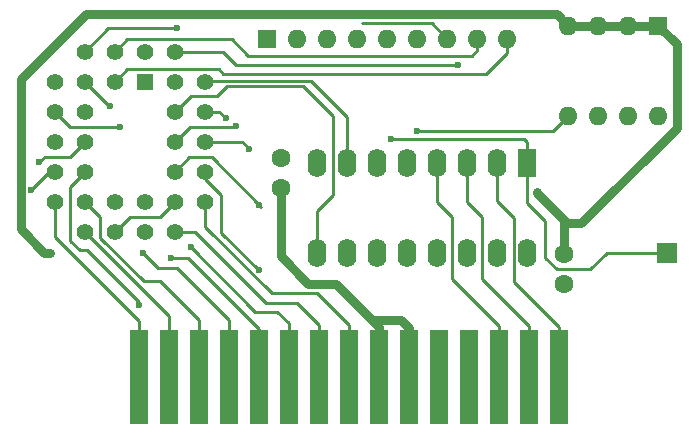
<source format=gbr>
%TF.GenerationSoftware,KiCad,Pcbnew,7.0.10*%
%TF.CreationDate,2024-04-12T13:43:35-04:00*%
%TF.ProjectId,cbm2romcart,63626d32-726f-46d6-9361-72742e6b6963,rev?*%
%TF.SameCoordinates,Original*%
%TF.FileFunction,Copper,L2,Bot*%
%TF.FilePolarity,Positive*%
%FSLAX46Y46*%
G04 Gerber Fmt 4.6, Leading zero omitted, Abs format (unit mm)*
G04 Created by KiCad (PCBNEW 7.0.10) date 2024-04-12 13:43:35*
%MOMM*%
%LPD*%
G01*
G04 APERTURE LIST*
%TA.AperFunction,ComponentPad*%
%ADD10R,1.600000X1.600000*%
%TD*%
%TA.AperFunction,ComponentPad*%
%ADD11O,1.600000X1.600000*%
%TD*%
%TA.AperFunction,SMDPad,CuDef*%
%ADD12R,1.524000X8.000000*%
%TD*%
%TA.AperFunction,ComponentPad*%
%ADD13C,1.600000*%
%TD*%
%TA.AperFunction,ComponentPad*%
%ADD14R,1.600000X2.400000*%
%TD*%
%TA.AperFunction,ComponentPad*%
%ADD15O,1.600000X2.400000*%
%TD*%
%TA.AperFunction,ComponentPad*%
%ADD16R,1.422400X1.422400*%
%TD*%
%TA.AperFunction,ComponentPad*%
%ADD17C,1.422400*%
%TD*%
%TA.AperFunction,ComponentPad*%
%ADD18R,1.700000X1.700000*%
%TD*%
%TA.AperFunction,ViaPad*%
%ADD19C,0.600000*%
%TD*%
%TA.AperFunction,Conductor*%
%ADD20C,0.250000*%
%TD*%
%TA.AperFunction,Conductor*%
%ADD21C,0.750000*%
%TD*%
G04 APERTURE END LIST*
D10*
%TO.P,SW1,1*%
%TO.N,GND*%
X179832000Y-87579200D03*
D11*
%TO.P,SW1,2*%
X177292000Y-87579200D03*
%TO.P,SW1,3*%
X174752000Y-87579200D03*
%TO.P,SW1,4*%
X172212000Y-87579200D03*
%TO.P,SW1,5*%
%TO.N,Net-(RN1-R5)*%
X172212000Y-95199200D03*
%TO.P,SW1,6*%
%TO.N,ROMSET2*%
X174752000Y-95199200D03*
%TO.P,SW1,7*%
%TO.N,ROMSET1*%
X177292000Y-95199200D03*
%TO.P,SW1,8*%
%TO.N,ROMSET0*%
X179832000Y-95199200D03*
%TD*%
D12*
%TO.P,P1,30,~{CSBANK3}*%
%TO.N,~{CSBANK3}*%
X171450000Y-117348000D03*
%TO.P,P1,29,~{CSBANK2}*%
%TO.N,~{CSBANK2}*%
X168910000Y-117348000D03*
%TO.P,P1,28,~{CSBANK1}*%
%TO.N,~{CSBANK1}*%
X166370000Y-117348000D03*
%TO.P,P1,27,S02*%
%TO.N,S02*%
X163830000Y-117348000D03*
%TO.P,P1,26,SR/~{W}*%
%TO.N,SR{slash}~{W}*%
X161290000Y-117348000D03*
%TO.P,P1,25,GND*%
%TO.N,GND*%
X158750000Y-117348000D03*
%TO.P,P1,24,GND*%
X156210000Y-117348000D03*
%TO.P,P1,23,D7*%
%TO.N,D7*%
X153670000Y-117348000D03*
%TO.P,P1,22,D6*%
%TO.N,D6*%
X151130000Y-117348000D03*
%TO.P,P1,21,D5*%
%TO.N,D5*%
X148590000Y-117348000D03*
%TO.P,P1,20,D4*%
%TO.N,D4*%
X146050000Y-117348000D03*
%TO.P,P1,19,D3*%
%TO.N,D3*%
X143510000Y-117348000D03*
%TO.P,P1,18,D2*%
%TO.N,D2*%
X140970000Y-117348000D03*
%TO.P,P1,17,D1*%
%TO.N,D1*%
X138430000Y-117348000D03*
%TO.P,P1,16,D0*%
%TO.N,D0*%
X135890000Y-117348000D03*
%TD*%
D13*
%TO.P,C2,1*%
%TO.N,5V*%
X147878800Y-98795200D03*
%TO.P,C2,2*%
%TO.N,GND*%
X147878800Y-101295200D03*
%TD*%
%TO.P,C1,1*%
%TO.N,5V*%
X171907200Y-109434000D03*
%TO.P,C1,2*%
%TO.N,GND*%
X171907200Y-106934000D03*
%TD*%
D14*
%TO.P,U1,1,I4*%
%TO.N,Net-(J1-Pin_1)*%
X168757600Y-99161600D03*
D15*
%TO.P,U1,2,I5*%
%TO.N,~{CSBANK3}*%
X166217600Y-99161600D03*
%TO.P,U1,3,I6*%
%TO.N,~{CSBANK2}*%
X163677600Y-99161600D03*
%TO.P,U1,4,I7*%
%TO.N,~{CSBANK1}*%
X161137600Y-99161600D03*
%TO.P,U1,5,EI*%
%TO.N,Net-(RN1-R5)*%
X158597600Y-99161600D03*
%TO.P,U1,6,S2*%
%TO.N,unconnected-(U1-S2-Pad6)*%
X156057600Y-99161600D03*
%TO.P,U1,7,S1*%
%TO.N,E14*%
X153517600Y-99161600D03*
%TO.P,U1,8,GND*%
%TO.N,GND*%
X150977600Y-99161600D03*
%TO.P,U1,9,S0*%
%TO.N,E13*%
X150977600Y-106781600D03*
%TO.P,U1,10,IO*%
%TO.N,5V*%
X153517600Y-106781600D03*
%TO.P,U1,11,I1*%
X156057600Y-106781600D03*
%TO.P,U1,12,I2*%
X158597600Y-106781600D03*
%TO.P,U1,13,I3*%
X161137600Y-106781600D03*
%TO.P,U1,14,GS*%
%TO.N,~{CS_ROM}*%
X163677600Y-106781600D03*
%TO.P,U1,15,EO*%
%TO.N,unconnected-(U1-EO-Pad15)*%
X166217600Y-106781600D03*
%TO.P,U1,16,VCC*%
%TO.N,5V*%
X168757600Y-106781600D03*
%TD*%
D16*
%TO.P,U2,1,VPP*%
%TO.N,unconnected-(U2-VPP-Pad1)*%
X136398000Y-92303600D03*
D17*
%TO.P,U2,2,A16*%
%TO.N,ROMSET1*%
X133858000Y-89763600D03*
%TO.P,U2,3,A15*%
%TO.N,ROMSET0*%
X133858000Y-92303600D03*
%TO.P,U2,4,A12*%
%TO.N,A12*%
X131318000Y-89763600D03*
%TO.P,U2,5,A7*%
%TO.N,A7*%
X128778000Y-92303600D03*
%TO.P,U2,6,A6*%
%TO.N,A6*%
X131318000Y-92303600D03*
%TO.P,U2,7,A5*%
%TO.N,A5*%
X128778000Y-94843600D03*
%TO.P,U2,8,A4*%
%TO.N,A4*%
X131318000Y-94843600D03*
%TO.P,U2,9,A3*%
%TO.N,A3*%
X128778000Y-97383600D03*
%TO.P,U2,10,A2*%
%TO.N,A2*%
X131318000Y-97383600D03*
%TO.P,U2,11,A1*%
%TO.N,A1*%
X128778000Y-99923600D03*
%TO.P,U2,12,A0*%
%TO.N,A0*%
X131318000Y-99923600D03*
%TO.P,U2,13,D0*%
%TO.N,D0*%
X128778000Y-102463600D03*
%TO.P,U2,14,D1*%
%TO.N,D1*%
X131318000Y-105003600D03*
%TO.P,U2,15,D2*%
%TO.N,D2*%
X131318000Y-102463600D03*
%TO.P,U2,16,GND*%
%TO.N,GND*%
X133858000Y-105003600D03*
%TO.P,U2,17,D3*%
%TO.N,D3*%
X133858000Y-102463600D03*
%TO.P,U2,18,D4*%
%TO.N,D4*%
X136398000Y-105003600D03*
%TO.P,U2,19,D5*%
%TO.N,D5*%
X136398000Y-102463600D03*
%TO.P,U2,20,D6*%
%TO.N,D6*%
X138938000Y-105003600D03*
%TO.P,U2,21,D7*%
%TO.N,D7*%
X141478000Y-102463600D03*
%TO.P,U2,22,~{CE}*%
%TO.N,GND*%
X138938000Y-102463600D03*
%TO.P,U2,23,A10*%
%TO.N,A10*%
X141478000Y-99923600D03*
%TO.P,U2,24,~{OE}*%
%TO.N,~{CS_ROM}*%
X138938000Y-99923600D03*
%TO.P,U2,25,A11*%
%TO.N,A11*%
X141478000Y-97383600D03*
%TO.P,U2,26,A9*%
%TO.N,A9*%
X138938000Y-97383600D03*
%TO.P,U2,27,A8*%
%TO.N,A8*%
X141478000Y-94843600D03*
%TO.P,U2,28,A13*%
%TO.N,E13*%
X138938000Y-94843600D03*
%TO.P,U2,29,A14*%
%TO.N,E14*%
X141478000Y-92303600D03*
%TO.P,U2,30,A17*%
%TO.N,ROMSET2*%
X138938000Y-89763600D03*
%TO.P,U2,31,~{PGM}*%
%TO.N,5V*%
X138938000Y-92303600D03*
%TO.P,U2,32,VCC*%
X136398000Y-89763600D03*
%TD*%
D11*
%TO.P,RN1,9,R8*%
%TO.N,ROMSET0*%
X167081200Y-88696800D03*
%TO.P,RN1,8,R7*%
%TO.N,ROMSET1*%
X164541200Y-88696800D03*
%TO.P,RN1,7,R6*%
%TO.N,ROMSET2*%
X162001200Y-88696800D03*
%TO.P,RN1,6,R5*%
%TO.N,Net-(RN1-R5)*%
X159461200Y-88696800D03*
%TO.P,RN1,5,R4*%
%TO.N,~{CSBANK3}*%
X156921200Y-88696800D03*
%TO.P,RN1,4,R3*%
%TO.N,~{CSBANK2}*%
X154381200Y-88696800D03*
%TO.P,RN1,3,R2*%
%TO.N,~{CSBANK1}*%
X151841200Y-88696800D03*
%TO.P,RN1,2,R1*%
%TO.N,Net-(J1-Pin_1)*%
X149301200Y-88696800D03*
D10*
%TO.P,RN1,1,common*%
%TO.N,5V*%
X146761200Y-88696800D03*
%TD*%
D18*
%TO.P,J1,1,Pin_1*%
%TO.N,Net-(J1-Pin_1)*%
X180594000Y-106781600D03*
%TD*%
D19*
%TO.N,ROMSET2*%
X162915600Y-90881200D03*
%TO.N,A0*%
X135890000Y-111252000D03*
%TO.N,Net-(RN1-R5)*%
X159461200Y-96504600D03*
%TO.N,GND*%
X169570400Y-101650800D03*
%TO.N,Net-(J1-Pin_1)*%
X157226000Y-97129600D03*
%TO.N,~{CS_ROM}*%
X146073000Y-102768400D03*
%TO.N,A10*%
X146034742Y-108270058D03*
%TO.N,D4*%
X138633200Y-107238800D03*
%TO.N,D3*%
X136245600Y-106832400D03*
%TO.N,D5*%
X140258800Y-106324400D03*
%TO.N,A2*%
X127457200Y-99110800D03*
%TO.N,A1*%
X126781400Y-101447600D03*
%TO.N,A8*%
X143271400Y-95385925D03*
%TO.N,A9*%
X144131138Y-96051262D03*
%TO.N,A12*%
X139141200Y-87782400D03*
%TO.N,GND*%
X128371600Y-106781600D03*
%TO.N,A6*%
X133451600Y-94335600D03*
%TO.N,A11*%
X145173000Y-98044000D03*
%TO.N,A5*%
X134264400Y-96113600D03*
%TD*%
D20*
%TO.N,A11*%
X145173000Y-97929000D02*
X144627600Y-97383600D01*
X144627600Y-97383600D02*
X141478000Y-97383600D01*
X145173000Y-98044000D02*
X145173000Y-97929000D01*
%TO.N,~{CS_ROM}*%
X146200000Y-102895400D02*
X146227800Y-102895400D01*
X146073000Y-102768400D02*
X146200000Y-102895400D01*
%TO.N,ROMSET1*%
X143743800Y-88727400D02*
X134894200Y-88727400D01*
X134894200Y-88727400D02*
X133858000Y-89763600D01*
X164084000Y-90119200D02*
X145135600Y-90119200D01*
X164541200Y-88696800D02*
X164541200Y-89662000D01*
X164541200Y-89662000D02*
X164084000Y-90119200D01*
X145135600Y-90119200D02*
X143743800Y-88727400D01*
%TO.N,ROMSET0*%
X167081200Y-89865200D02*
X167081200Y-88696800D01*
X143002000Y-91643200D02*
X165303200Y-91643200D01*
X142626200Y-91267400D02*
X143002000Y-91643200D01*
X134894200Y-91267400D02*
X142626200Y-91267400D01*
X133858000Y-92303600D02*
X134894200Y-91267400D01*
X165303200Y-91643200D02*
X167081200Y-89865200D01*
%TO.N,ROMSET2*%
X143002000Y-89763600D02*
X138938000Y-89763600D01*
X144119600Y-90881200D02*
X143002000Y-89763600D01*
X162915600Y-90881200D02*
X144119600Y-90881200D01*
%TO.N,E14*%
X153517600Y-95300800D02*
X153517600Y-99161600D01*
X150469600Y-92252800D02*
X153517600Y-95300800D01*
X141528800Y-92252800D02*
X150469600Y-92252800D01*
X141478000Y-92303600D02*
X141528800Y-92252800D01*
%TO.N,E13*%
X140258800Y-93522800D02*
X138938000Y-94843600D01*
X149758400Y-92710000D02*
X143306800Y-92710000D01*
X142494000Y-93522800D02*
X140258800Y-93522800D01*
X150977600Y-103225600D02*
X152298400Y-101904800D01*
X152298400Y-101904800D02*
X152298400Y-95250000D01*
X150977600Y-106781600D02*
X150977600Y-103225600D01*
X152298400Y-95250000D02*
X149758400Y-92710000D01*
X143306800Y-92710000D02*
X142494000Y-93522800D01*
%TO.N,ROMSET2*%
X160680400Y-87376000D02*
X154736800Y-87376000D01*
X162001200Y-88696800D02*
X160680400Y-87376000D01*
%TO.N,Net-(RN1-R5)*%
X170942000Y-96469200D02*
X172212000Y-95199200D01*
X159496600Y-96469200D02*
X170942000Y-96469200D01*
X159461200Y-96504600D02*
X159496600Y-96469200D01*
D21*
%TO.N,GND*%
X131368800Y-86614000D02*
X171246800Y-86614000D01*
X125933200Y-92049600D02*
X131368800Y-86614000D01*
X171246800Y-86614000D02*
X172212000Y-87579200D01*
X125933200Y-101058363D02*
X125933200Y-92049600D01*
X125906400Y-101085163D02*
X125933200Y-101058363D01*
X125906400Y-104824400D02*
X125906400Y-101085163D01*
X127863600Y-106781600D02*
X125906400Y-104824400D01*
X128371600Y-106781600D02*
X127863600Y-106781600D01*
X181406800Y-96215200D02*
X181406800Y-89154000D01*
X172161200Y-104292400D02*
X173329600Y-104292400D01*
X181406800Y-89154000D02*
X179832000Y-87579200D01*
X171907200Y-104038400D02*
X172161200Y-104292400D01*
X173329600Y-104292400D02*
X181406800Y-96215200D01*
D20*
%TO.N,A1*%
X128305400Y-99923600D02*
X128778000Y-99923600D01*
X126781400Y-101447600D02*
X128305400Y-99923600D01*
%TO.N,A0*%
X131470400Y-106578400D02*
X135382000Y-110490000D01*
X135890000Y-110998000D02*
X135890000Y-111252000D01*
X135382000Y-110490000D02*
X135890000Y-110998000D01*
X130860800Y-106578400D02*
X131470400Y-106578400D01*
X130048000Y-105765600D02*
X130860800Y-106578400D01*
X130048000Y-101193600D02*
X130048000Y-105765600D01*
%TO.N,D0*%
X128778000Y-105460800D02*
X128778000Y-102463600D01*
X135898200Y-112581000D02*
X128778000Y-105460800D01*
X135898200Y-117504400D02*
X135898200Y-112581000D01*
%TO.N,D1*%
X131318000Y-105054400D02*
X131318000Y-105003600D01*
X138438200Y-112174600D02*
X131318000Y-105054400D01*
X138438200Y-117504400D02*
X138438200Y-112174600D01*
%TO.N,D2*%
X132588000Y-103733600D02*
X131318000Y-102463600D01*
X137668000Y-109220000D02*
X136296400Y-109220000D01*
X140978200Y-112530200D02*
X137668000Y-109220000D01*
X136296400Y-109220000D02*
X132588000Y-105511600D01*
X132588000Y-105511600D02*
X132588000Y-103733600D01*
X140978200Y-117504400D02*
X140978200Y-112530200D01*
%TO.N,A0*%
X130048000Y-101193600D02*
X131318000Y-99923600D01*
%TO.N,Net-(J1-Pin_1)*%
X168757600Y-102565200D02*
X168757600Y-99161600D01*
X171246800Y-108204000D02*
X170281600Y-107238800D01*
X170281600Y-107238800D02*
X170281600Y-104089200D01*
X170281600Y-104089200D02*
X168757600Y-102565200D01*
X174091600Y-108204000D02*
X171246800Y-108204000D01*
X175514000Y-106781600D02*
X174091600Y-108204000D01*
X180594000Y-106781600D02*
X175514000Y-106781600D01*
D21*
%TO.N,GND*%
X171907200Y-104038400D02*
X171907200Y-106934000D01*
X169570400Y-101701600D02*
X171551600Y-103682800D01*
X171551600Y-103682800D02*
X171907200Y-104038400D01*
X169570400Y-101650800D02*
X169570400Y-101701600D01*
X177292000Y-87579200D02*
X179832000Y-87579200D01*
X174752000Y-87579200D02*
X177292000Y-87579200D01*
X172212000Y-87579200D02*
X174752000Y-87579200D01*
D20*
%TO.N,Net-(J1-Pin_1)*%
X168757600Y-97434400D02*
X168757600Y-99161600D01*
X168452800Y-97129600D02*
X168757600Y-97434400D01*
X157226000Y-97129600D02*
X168452800Y-97129600D01*
%TO.N,~{CS_ROM}*%
X146227800Y-102895400D02*
X142036800Y-98704400D01*
D21*
%TO.N,GND*%
X150215600Y-109423200D02*
X152552400Y-109423200D01*
X152552400Y-109423200D02*
X155321000Y-112191800D01*
X147878800Y-101295200D02*
X147878800Y-107086400D01*
X147878800Y-107086400D02*
X150215600Y-109423200D01*
D20*
%TO.N,~{CSBANK3}*%
X171450000Y-113080800D02*
X171450000Y-114258200D01*
X167632600Y-109263400D02*
X171450000Y-113080800D01*
X166217600Y-99161600D02*
X166217600Y-102412800D01*
X166217600Y-102412800D02*
X167632600Y-103827800D01*
X167632600Y-103827800D02*
X167632600Y-109263400D01*
X171450000Y-114258200D02*
X171458200Y-114266400D01*
X171458200Y-114266400D02*
X171458200Y-117504400D01*
%TO.N,~{CSBANK2}*%
X164947600Y-109016800D02*
X168918200Y-112987400D01*
X164947600Y-103784400D02*
X164947600Y-109016800D01*
X163677600Y-102514400D02*
X164947600Y-103784400D01*
X163677600Y-99161600D02*
X163677600Y-102514400D01*
X168918200Y-112987400D02*
X168918200Y-117504400D01*
%TO.N,~{CSBANK1}*%
X161137600Y-102463600D02*
X161137600Y-99161600D01*
X162407600Y-103733600D02*
X161137600Y-102463600D01*
X162407600Y-109016800D02*
X162407600Y-103733600D01*
X166378200Y-112987400D02*
X162407600Y-109016800D01*
X166378200Y-117504400D02*
X166378200Y-112987400D01*
%TO.N,A10*%
X142849600Y-105084916D02*
X146034742Y-108270058D01*
X142849600Y-101904800D02*
X142849600Y-105084916D01*
X141478000Y-100533200D02*
X142849600Y-101904800D01*
X141478000Y-99923600D02*
X141478000Y-100533200D01*
%TO.N,~{CS_ROM}*%
X142036800Y-98704400D02*
X140157200Y-98704400D01*
X140157200Y-98704400D02*
X138938000Y-99923600D01*
%TO.N,A9*%
X144068800Y-96113600D02*
X140208000Y-96113600D01*
X144131138Y-96051262D02*
X144068800Y-96113600D01*
X140208000Y-96113600D02*
X138938000Y-97383600D01*
%TO.N,A8*%
X142698200Y-94843600D02*
X141478000Y-94843600D01*
X143240525Y-95385925D02*
X142698200Y-94843600D01*
X143271400Y-95385925D02*
X143240525Y-95385925D01*
%TO.N,D7*%
X141478000Y-104597200D02*
X141478000Y-102463600D01*
X147116800Y-110236000D02*
X141478000Y-104597200D01*
X150977600Y-110236000D02*
X147116800Y-110236000D01*
X153678200Y-114266400D02*
X153670000Y-114258200D01*
X153670000Y-114258200D02*
X153670000Y-112928400D01*
X153670000Y-112928400D02*
X150977600Y-110236000D01*
X153678200Y-117504400D02*
X153678200Y-114266400D01*
%TO.N,D6*%
X146659600Y-111048800D02*
X140614400Y-105003600D01*
X149301200Y-111048800D02*
X146659600Y-111048800D01*
X140614400Y-105003600D02*
X138938000Y-105003600D01*
X151138200Y-117504400D02*
X151138200Y-112885800D01*
X151138200Y-112885800D02*
X149301200Y-111048800D01*
%TO.N,D5*%
X147599400Y-111785400D02*
X147574000Y-111810800D01*
X147574000Y-111810800D02*
X145745200Y-111810800D01*
X148598200Y-112784200D02*
X147599400Y-111785400D01*
X148598200Y-117504400D02*
X148598200Y-112784200D01*
X145745200Y-111810800D02*
X140258800Y-106324400D01*
%TO.N,D4*%
X140004800Y-107238800D02*
X146058200Y-113292200D01*
X146058200Y-113292200D02*
X146058200Y-117504400D01*
X138633200Y-107238800D02*
X140004800Y-107238800D01*
%TO.N,E14*%
X153517600Y-97688400D02*
X153517600Y-99161600D01*
%TO.N,A12*%
X133299200Y-87782400D02*
X131318000Y-89763600D01*
X139141200Y-87782400D02*
X133299200Y-87782400D01*
%TO.N,D3*%
X139090400Y-108102400D02*
X143518200Y-112530200D01*
X143518200Y-112530200D02*
X143518200Y-117504400D01*
X137515600Y-108102400D02*
X139090400Y-108102400D01*
X136245600Y-106832400D02*
X137515600Y-108102400D01*
%TO.N,A2*%
X130048000Y-98653600D02*
X131318000Y-97383600D01*
X127914400Y-98653600D02*
X130048000Y-98653600D01*
X127457200Y-99110800D02*
X127914400Y-98653600D01*
%TO.N,A5*%
X130048000Y-96113600D02*
X128778000Y-94843600D01*
X134264400Y-96113600D02*
X130048000Y-96113600D01*
D21*
%TO.N,GND*%
X155600400Y-112471200D02*
X155321000Y-112191800D01*
X158038800Y-112471200D02*
X155600400Y-112471200D01*
X158758200Y-113190600D02*
X158038800Y-112471200D01*
X158758200Y-117504400D02*
X158758200Y-113190600D01*
X156218200Y-113089000D02*
X155321000Y-112191800D01*
X156218200Y-117504400D02*
X156218200Y-113089000D01*
D20*
X137668000Y-103733600D02*
X138938000Y-102463600D01*
X135128000Y-103733600D02*
X137668000Y-103733600D01*
X133858000Y-105003600D02*
X135128000Y-103733600D01*
%TO.N,A6*%
X133451600Y-94335600D02*
X133350000Y-94335600D01*
X133350000Y-94335600D02*
X131318000Y-92303600D01*
%TO.N,A0*%
X131419600Y-99923600D02*
X131673600Y-100177600D01*
X131318000Y-99923600D02*
X131419600Y-99923600D01*
%TD*%
M02*

</source>
